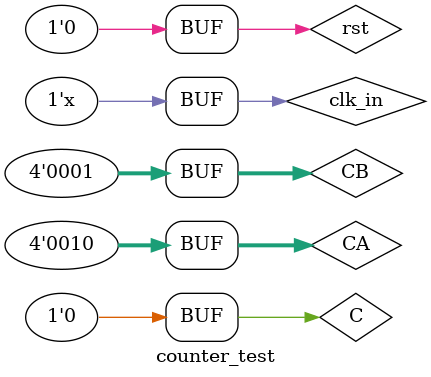
<source format=v>
`timescale 1ns / 1ps


module counter_test;

	// Inputs
	reg [3:0] CA;
	reg [3:0] CB;
	reg C;
	reg clk_in;
	reg rst;

	// Outputs
	wire statec;
	wire [7:0] countout;

	// Instantiate the Unit Under Test (UUT)
	counter uut (
		.CA(CA), 
		.CB(CB), 
		.C(C), 
		.clk_in(clk_in), 
		.rst(rst), 
		.statec(statec), 
		.countout(countout)
	);
	always begin
		clk_in = ~clk_in;
		end
		
	initial begin
		// Initialize Inputs
		CA = 0;
		CB = 0;
		C = 0;
		clk_in = 0;
		rst = 0;

		// Wait 100 ns for global reset to finish
		#100;
		#10 CA = 4'b0010;
		#10 CB = 4'b0001;
		#20 C=1;
		#5  C=0;
        
		// Add stimulus here

	end
      
endmodule


</source>
